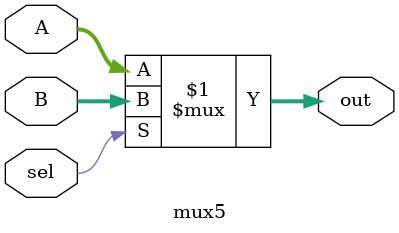
<source format=v>
module mux5(A, B, sel, out);
	input [4:0] A, B;
	input  sel;
	output  [4:0] out;
		assign out = sel ? B : A;
endmodule


</source>
